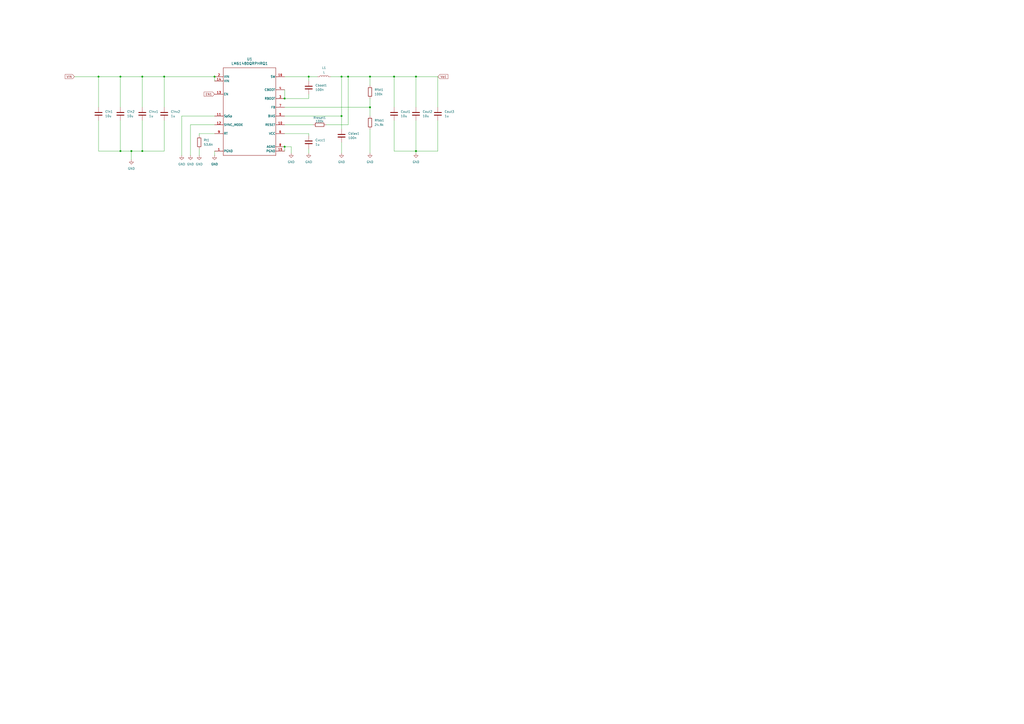
<source format=kicad_sch>
(kicad_sch
	(version 20250114)
	(generator "eeschema")
	(generator_version "9.0")
	(uuid "5948175a-2c3f-4d93-b276-f4e8fbf4c841")
	(paper "A2")
	(lib_symbols
		(symbol "Components1:LM61480QRPHRQ1"
			(pin_names
				(offset 0.254)
			)
			(exclude_from_sim no)
			(in_bom yes)
			(on_board yes)
			(property "Reference" "U"
				(at 0 2.54 0)
				(effects
					(font
						(size 1.524 1.524)
					)
				)
			)
			(property "Value" "LM61480QRPHRQ1"
				(at 0 0 0)
				(effects
					(font
						(size 1.524 1.524)
					)
				)
			)
			(property "Footprint" "RPH0016A"
				(at 0 0 0)
				(effects
					(font
						(size 1.27 1.27)
						(italic yes)
					)
					(hide yes)
				)
			)
			(property "Datasheet" "LM61480QRPHRQ1"
				(at 0 0 0)
				(effects
					(font
						(size 1.27 1.27)
						(italic yes)
					)
					(hide yes)
				)
			)
			(property "Description" ""
				(at 0 0 0)
				(effects
					(font
						(size 1.27 1.27)
					)
					(hide yes)
				)
			)
			(property "ki_locked" ""
				(at 0 0 0)
				(effects
					(font
						(size 1.27 1.27)
					)
				)
			)
			(property "ki_keywords" "LM61480QRPHRQ1"
				(at 0 0 0)
				(effects
					(font
						(size 1.27 1.27)
					)
					(hide yes)
				)
			)
			(property "ki_fp_filters" "RPH0016A"
				(at 0 0 0)
				(effects
					(font
						(size 1.27 1.27)
					)
					(hide yes)
				)
			)
			(symbol "LM61480QRPHRQ1_0_1"
				(polyline
					(pts
						(xy -15.24 25.4) (xy -15.24 -25.4)
					)
					(stroke
						(width 0.2032)
						(type default)
					)
					(fill
						(type none)
					)
				)
				(polyline
					(pts
						(xy -15.24 -25.4) (xy 15.24 -25.4)
					)
					(stroke
						(width 0.2032)
						(type default)
					)
					(fill
						(type none)
					)
				)
				(polyline
					(pts
						(xy 15.24 25.4) (xy -15.24 25.4)
					)
					(stroke
						(width 0.2032)
						(type default)
					)
					(fill
						(type none)
					)
				)
				(polyline
					(pts
						(xy 15.24 -25.4) (xy 15.24 25.4)
					)
					(stroke
						(width 0.2032)
						(type default)
					)
					(fill
						(type none)
					)
				)
				(pin power_in line
					(at -20.32 20.32 0)
					(length 5.08)
					(name "VIN"
						(effects
							(font
								(size 1.27 1.27)
							)
						)
					)
					(number "2"
						(effects
							(font
								(size 1.27 1.27)
							)
						)
					)
				)
				(pin power_in line
					(at -20.32 17.78 0)
					(length 5.08)
					(name "VIN"
						(effects
							(font
								(size 1.27 1.27)
							)
						)
					)
					(number "14"
						(effects
							(font
								(size 1.27 1.27)
							)
						)
					)
				)
				(pin input line
					(at -20.32 10.16 0)
					(length 5.08)
					(name "EN"
						(effects
							(font
								(size 1.27 1.27)
							)
						)
					)
					(number "13"
						(effects
							(font
								(size 1.27 1.27)
							)
						)
					)
				)
				(pin unspecified line
					(at -20.32 -2.54 0)
					(length 5.08)
					(name "SpSp"
						(effects
							(font
								(size 1.27 1.27)
							)
						)
					)
					(number "11"
						(effects
							(font
								(size 1.27 1.27)
							)
						)
					)
				)
				(pin input line
					(at -20.32 -7.62 0)
					(length 5.08)
					(name "SYNC_MODE"
						(effects
							(font
								(size 1.27 1.27)
							)
						)
					)
					(number "12"
						(effects
							(font
								(size 1.27 1.27)
							)
						)
					)
				)
				(pin unspecified line
					(at -20.32 -12.7 0)
					(length 5.08)
					(name "RT"
						(effects
							(font
								(size 1.27 1.27)
							)
						)
					)
					(number "9"
						(effects
							(font
								(size 1.27 1.27)
							)
						)
					)
				)
				(pin power_in line
					(at -20.32 -22.86 0)
					(length 5.08)
					(name "PGND"
						(effects
							(font
								(size 1.27 1.27)
							)
						)
					)
					(number "1"
						(effects
							(font
								(size 1.27 1.27)
							)
						)
					)
				)
				(pin power_in line
					(at 20.32 20.32 180)
					(length 5.08)
					(name "SW"
						(effects
							(font
								(size 1.27 1.27)
							)
						)
					)
					(number "16"
						(effects
							(font
								(size 1.27 1.27)
							)
						)
					)
				)
				(pin unspecified line
					(at 20.32 12.7 180)
					(length 5.08)
					(name "CBOOT"
						(effects
							(font
								(size 1.27 1.27)
							)
						)
					)
					(number "4"
						(effects
							(font
								(size 1.27 1.27)
							)
						)
					)
				)
				(pin unspecified line
					(at 20.32 7.62 180)
					(length 5.08)
					(name "RBOOT"
						(effects
							(font
								(size 1.27 1.27)
							)
						)
					)
					(number "3"
						(effects
							(font
								(size 1.27 1.27)
							)
						)
					)
				)
				(pin input line
					(at 20.32 2.54 180)
					(length 5.08)
					(name "FB"
						(effects
							(font
								(size 1.27 1.27)
							)
						)
					)
					(number "7"
						(effects
							(font
								(size 1.27 1.27)
							)
						)
					)
				)
				(pin unspecified line
					(at 20.32 -2.54 180)
					(length 5.08)
					(name "BIAS"
						(effects
							(font
								(size 1.27 1.27)
							)
						)
					)
					(number "5"
						(effects
							(font
								(size 1.27 1.27)
							)
						)
					)
				)
				(pin input line
					(at 20.32 -7.62 180)
					(length 5.08)
					(name "RESET"
						(effects
							(font
								(size 1.27 1.27)
							)
						)
					)
					(number "10"
						(effects
							(font
								(size 1.27 1.27)
							)
						)
					)
				)
				(pin power_in line
					(at 20.32 -12.7 180)
					(length 5.08)
					(name "VCC"
						(effects
							(font
								(size 1.27 1.27)
							)
						)
					)
					(number "6"
						(effects
							(font
								(size 1.27 1.27)
							)
						)
					)
				)
				(pin power_in line
					(at 20.32 -20.32 180)
					(length 5.08)
					(name "AGND"
						(effects
							(font
								(size 1.27 1.27)
							)
						)
					)
					(number "8"
						(effects
							(font
								(size 1.27 1.27)
							)
						)
					)
				)
				(pin power_in line
					(at 20.32 -22.86 180)
					(length 5.08)
					(name "PGND"
						(effects
							(font
								(size 1.27 1.27)
							)
						)
					)
					(number "15"
						(effects
							(font
								(size 1.27 1.27)
							)
						)
					)
				)
			)
			(embedded_fonts no)
		)
		(symbol "Device:C"
			(pin_numbers
				(hide yes)
			)
			(pin_names
				(offset 0.254)
			)
			(exclude_from_sim no)
			(in_bom yes)
			(on_board yes)
			(property "Reference" "C"
				(at 0.635 2.54 0)
				(effects
					(font
						(size 1.27 1.27)
					)
					(justify left)
				)
			)
			(property "Value" "C"
				(at 0.635 -2.54 0)
				(effects
					(font
						(size 1.27 1.27)
					)
					(justify left)
				)
			)
			(property "Footprint" ""
				(at 0.9652 -3.81 0)
				(effects
					(font
						(size 1.27 1.27)
					)
					(hide yes)
				)
			)
			(property "Datasheet" "~"
				(at 0 0 0)
				(effects
					(font
						(size 1.27 1.27)
					)
					(hide yes)
				)
			)
			(property "Description" "Unpolarized capacitor"
				(at 0 0 0)
				(effects
					(font
						(size 1.27 1.27)
					)
					(hide yes)
				)
			)
			(property "ki_keywords" "cap capacitor"
				(at 0 0 0)
				(effects
					(font
						(size 1.27 1.27)
					)
					(hide yes)
				)
			)
			(property "ki_fp_filters" "C_*"
				(at 0 0 0)
				(effects
					(font
						(size 1.27 1.27)
					)
					(hide yes)
				)
			)
			(symbol "C_0_1"
				(polyline
					(pts
						(xy -2.032 0.762) (xy 2.032 0.762)
					)
					(stroke
						(width 0.508)
						(type default)
					)
					(fill
						(type none)
					)
				)
				(polyline
					(pts
						(xy -2.032 -0.762) (xy 2.032 -0.762)
					)
					(stroke
						(width 0.508)
						(type default)
					)
					(fill
						(type none)
					)
				)
			)
			(symbol "C_1_1"
				(pin passive line
					(at 0 3.81 270)
					(length 2.794)
					(name "~"
						(effects
							(font
								(size 1.27 1.27)
							)
						)
					)
					(number "1"
						(effects
							(font
								(size 1.27 1.27)
							)
						)
					)
				)
				(pin passive line
					(at 0 -3.81 90)
					(length 2.794)
					(name "~"
						(effects
							(font
								(size 1.27 1.27)
							)
						)
					)
					(number "2"
						(effects
							(font
								(size 1.27 1.27)
							)
						)
					)
				)
			)
			(embedded_fonts no)
		)
		(symbol "Device:L"
			(pin_numbers
				(hide yes)
			)
			(pin_names
				(offset 1.016)
				(hide yes)
			)
			(exclude_from_sim no)
			(in_bom yes)
			(on_board yes)
			(property "Reference" "L"
				(at -1.27 0 90)
				(effects
					(font
						(size 1.27 1.27)
					)
				)
			)
			(property "Value" "L"
				(at 1.905 0 90)
				(effects
					(font
						(size 1.27 1.27)
					)
				)
			)
			(property "Footprint" ""
				(at 0 0 0)
				(effects
					(font
						(size 1.27 1.27)
					)
					(hide yes)
				)
			)
			(property "Datasheet" "~"
				(at 0 0 0)
				(effects
					(font
						(size 1.27 1.27)
					)
					(hide yes)
				)
			)
			(property "Description" "Inductor"
				(at 0 0 0)
				(effects
					(font
						(size 1.27 1.27)
					)
					(hide yes)
				)
			)
			(property "ki_keywords" "inductor choke coil reactor magnetic"
				(at 0 0 0)
				(effects
					(font
						(size 1.27 1.27)
					)
					(hide yes)
				)
			)
			(property "ki_fp_filters" "Choke_* *Coil* Inductor_* L_*"
				(at 0 0 0)
				(effects
					(font
						(size 1.27 1.27)
					)
					(hide yes)
				)
			)
			(symbol "L_0_1"
				(arc
					(start 0 2.54)
					(mid 0.6323 1.905)
					(end 0 1.27)
					(stroke
						(width 0)
						(type default)
					)
					(fill
						(type none)
					)
				)
				(arc
					(start 0 1.27)
					(mid 0.6323 0.635)
					(end 0 0)
					(stroke
						(width 0)
						(type default)
					)
					(fill
						(type none)
					)
				)
				(arc
					(start 0 0)
					(mid 0.6323 -0.635)
					(end 0 -1.27)
					(stroke
						(width 0)
						(type default)
					)
					(fill
						(type none)
					)
				)
				(arc
					(start 0 -1.27)
					(mid 0.6323 -1.905)
					(end 0 -2.54)
					(stroke
						(width 0)
						(type default)
					)
					(fill
						(type none)
					)
				)
			)
			(symbol "L_1_1"
				(pin passive line
					(at 0 3.81 270)
					(length 1.27)
					(name "1"
						(effects
							(font
								(size 1.27 1.27)
							)
						)
					)
					(number "1"
						(effects
							(font
								(size 1.27 1.27)
							)
						)
					)
				)
				(pin passive line
					(at 0 -3.81 90)
					(length 1.27)
					(name "2"
						(effects
							(font
								(size 1.27 1.27)
							)
						)
					)
					(number "2"
						(effects
							(font
								(size 1.27 1.27)
							)
						)
					)
				)
			)
			(embedded_fonts no)
		)
		(symbol "Device:R"
			(pin_numbers
				(hide yes)
			)
			(pin_names
				(offset 0)
			)
			(exclude_from_sim no)
			(in_bom yes)
			(on_board yes)
			(property "Reference" "R"
				(at 2.032 0 90)
				(effects
					(font
						(size 1.27 1.27)
					)
				)
			)
			(property "Value" "R"
				(at 0 0 90)
				(effects
					(font
						(size 1.27 1.27)
					)
				)
			)
			(property "Footprint" ""
				(at -1.778 0 90)
				(effects
					(font
						(size 1.27 1.27)
					)
					(hide yes)
				)
			)
			(property "Datasheet" "~"
				(at 0 0 0)
				(effects
					(font
						(size 1.27 1.27)
					)
					(hide yes)
				)
			)
			(property "Description" "Resistor"
				(at 0 0 0)
				(effects
					(font
						(size 1.27 1.27)
					)
					(hide yes)
				)
			)
			(property "ki_keywords" "R res resistor"
				(at 0 0 0)
				(effects
					(font
						(size 1.27 1.27)
					)
					(hide yes)
				)
			)
			(property "ki_fp_filters" "R_*"
				(at 0 0 0)
				(effects
					(font
						(size 1.27 1.27)
					)
					(hide yes)
				)
			)
			(symbol "R_0_1"
				(rectangle
					(start -1.016 -2.54)
					(end 1.016 2.54)
					(stroke
						(width 0.254)
						(type default)
					)
					(fill
						(type none)
					)
				)
			)
			(symbol "R_1_1"
				(pin passive line
					(at 0 3.81 270)
					(length 1.27)
					(name "~"
						(effects
							(font
								(size 1.27 1.27)
							)
						)
					)
					(number "1"
						(effects
							(font
								(size 1.27 1.27)
							)
						)
					)
				)
				(pin passive line
					(at 0 -3.81 90)
					(length 1.27)
					(name "~"
						(effects
							(font
								(size 1.27 1.27)
							)
						)
					)
					(number "2"
						(effects
							(font
								(size 1.27 1.27)
							)
						)
					)
				)
			)
			(embedded_fonts no)
		)
		(symbol "power:GND"
			(power)
			(pin_numbers
				(hide yes)
			)
			(pin_names
				(offset 0)
				(hide yes)
			)
			(exclude_from_sim no)
			(in_bom yes)
			(on_board yes)
			(property "Reference" "#PWR"
				(at 0 -6.35 0)
				(effects
					(font
						(size 1.27 1.27)
					)
					(hide yes)
				)
			)
			(property "Value" "GND"
				(at 0 -3.81 0)
				(effects
					(font
						(size 1.27 1.27)
					)
				)
			)
			(property "Footprint" ""
				(at 0 0 0)
				(effects
					(font
						(size 1.27 1.27)
					)
					(hide yes)
				)
			)
			(property "Datasheet" ""
				(at 0 0 0)
				(effects
					(font
						(size 1.27 1.27)
					)
					(hide yes)
				)
			)
			(property "Description" "Power symbol creates a global label with name \"GND\" , ground"
				(at 0 0 0)
				(effects
					(font
						(size 1.27 1.27)
					)
					(hide yes)
				)
			)
			(property "ki_keywords" "global power"
				(at 0 0 0)
				(effects
					(font
						(size 1.27 1.27)
					)
					(hide yes)
				)
			)
			(symbol "GND_0_1"
				(polyline
					(pts
						(xy 0 0) (xy 0 -1.27) (xy 1.27 -1.27) (xy 0 -2.54) (xy -1.27 -1.27) (xy 0 -1.27)
					)
					(stroke
						(width 0)
						(type default)
					)
					(fill
						(type none)
					)
				)
			)
			(symbol "GND_1_1"
				(pin power_in line
					(at 0 0 270)
					(length 0)
					(name "~"
						(effects
							(font
								(size 1.27 1.27)
							)
						)
					)
					(number "1"
						(effects
							(font
								(size 1.27 1.27)
							)
						)
					)
				)
			)
			(embedded_fonts no)
		)
	)
	(junction
		(at 95.25 44.45)
		(diameter 0)
		(color 0 0 0 0)
		(uuid "15165aaf-3e43-4c22-b405-1faddb5e33dc")
	)
	(junction
		(at 228.6 44.45)
		(diameter 0)
		(color 0 0 0 0)
		(uuid "16605bdc-fc7c-4afe-9d92-027041d3f041")
	)
	(junction
		(at 69.85 44.45)
		(diameter 0)
		(color 0 0 0 0)
		(uuid "26205665-9f33-46ab-8423-1896c5684311")
	)
	(junction
		(at 57.15 44.45)
		(diameter 0)
		(color 0 0 0 0)
		(uuid "293b96cf-447d-4c69-8d63-cd17a615541e")
	)
	(junction
		(at 69.85 87.63)
		(diameter 0)
		(color 0 0 0 0)
		(uuid "374dcebe-23ac-4042-a8d0-d36a146de785")
	)
	(junction
		(at 241.3 87.63)
		(diameter 0)
		(color 0 0 0 0)
		(uuid "42780207-b816-4ebd-8621-bbfcf4c8f213")
	)
	(junction
		(at 214.63 62.23)
		(diameter 0)
		(color 0 0 0 0)
		(uuid "5c60a846-f622-4ae9-882c-d4cf17314e26")
	)
	(junction
		(at 179.07 44.45)
		(diameter 0)
		(color 0 0 0 0)
		(uuid "70f3261a-f758-49b2-b789-05553f1cb975")
	)
	(junction
		(at 82.55 87.63)
		(diameter 0)
		(color 0 0 0 0)
		(uuid "80334e5d-165b-44f2-b7ea-b6e53afdf3fa")
	)
	(junction
		(at 241.3 44.45)
		(diameter 0)
		(color 0 0 0 0)
		(uuid "8d2d541e-26a8-4cc9-9bd2-e564c319d72c")
	)
	(junction
		(at 165.1 85.09)
		(diameter 0)
		(color 0 0 0 0)
		(uuid "a23a9141-1114-4709-8fb2-4805e7cffe23")
	)
	(junction
		(at 198.12 44.45)
		(diameter 0)
		(color 0 0 0 0)
		(uuid "b4de8306-1613-4240-a611-749bf34acf79")
	)
	(junction
		(at 82.55 44.45)
		(diameter 0)
		(color 0 0 0 0)
		(uuid "ba7d70dc-34b4-48da-a7ba-e02df6847c2f")
	)
	(junction
		(at 214.63 44.45)
		(diameter 0)
		(color 0 0 0 0)
		(uuid "bf055d72-7ac7-46dc-a267-e2db50e67be3")
	)
	(junction
		(at 198.12 67.31)
		(diameter 0)
		(color 0 0 0 0)
		(uuid "c44cc174-ae49-4b83-9982-2f2ab5007975")
	)
	(junction
		(at 124.46 44.45)
		(diameter 0)
		(color 0 0 0 0)
		(uuid "ed4b53ed-0620-4e2e-a4c1-927e66c89252")
	)
	(junction
		(at 76.2 87.63)
		(diameter 0)
		(color 0 0 0 0)
		(uuid "f57913e2-d741-46bc-8c5f-ccc68f473ac5")
	)
	(junction
		(at 201.93 44.45)
		(diameter 0)
		(color 0 0 0 0)
		(uuid "fb8e9fa5-49fd-4aae-a645-c5540e3000c4")
	)
	(junction
		(at 165.1 57.15)
		(diameter 0)
		(color 0 0 0 0)
		(uuid "fc203b3e-1cc3-4f5f-b11f-62816c2ee3a4")
	)
	(wire
		(pts
			(xy 95.25 44.45) (xy 95.25 62.23)
		)
		(stroke
			(width 0)
			(type default)
		)
		(uuid "05c9b6c2-990b-436f-8f43-300402af44a8")
	)
	(wire
		(pts
			(xy 179.07 86.36) (xy 179.07 88.9)
		)
		(stroke
			(width 0)
			(type default)
		)
		(uuid "08b17585-304f-4fb6-8178-0426a7784c28")
	)
	(wire
		(pts
			(xy 105.41 67.31) (xy 105.41 90.17)
		)
		(stroke
			(width 0)
			(type default)
		)
		(uuid "0e91cfca-9685-4e46-878f-ae5c6ef2b2d0")
	)
	(wire
		(pts
			(xy 82.55 44.45) (xy 95.25 44.45)
		)
		(stroke
			(width 0)
			(type default)
		)
		(uuid "0fe6dcf3-708e-4c77-8381-203fcf9fa5c2")
	)
	(wire
		(pts
			(xy 165.1 57.15) (xy 179.07 57.15)
		)
		(stroke
			(width 0)
			(type default)
		)
		(uuid "1cf5f967-d1db-40ec-a262-6c8e05b2147c")
	)
	(wire
		(pts
			(xy 201.93 44.45) (xy 214.63 44.45)
		)
		(stroke
			(width 0)
			(type default)
		)
		(uuid "1df5c716-cbf5-4dae-9674-e075876a1860")
	)
	(wire
		(pts
			(xy 228.6 69.85) (xy 228.6 87.63)
		)
		(stroke
			(width 0)
			(type default)
		)
		(uuid "21fe1630-411c-4117-ad1d-db269a975b7d")
	)
	(wire
		(pts
			(xy 82.55 87.63) (xy 95.25 87.63)
		)
		(stroke
			(width 0)
			(type default)
		)
		(uuid "2672bd83-7710-4d6f-9a4e-964622e63112")
	)
	(wire
		(pts
			(xy 165.1 62.23) (xy 214.63 62.23)
		)
		(stroke
			(width 0)
			(type default)
		)
		(uuid "27f8035f-59c7-4620-bfd8-e7cb6e63fb02")
	)
	(wire
		(pts
			(xy 69.85 87.63) (xy 76.2 87.63)
		)
		(stroke
			(width 0)
			(type default)
		)
		(uuid "2811281a-63a2-4203-af4a-fa76d52bf9ab")
	)
	(wire
		(pts
			(xy 124.46 87.63) (xy 124.46 90.17)
		)
		(stroke
			(width 0)
			(type default)
		)
		(uuid "28e5afc5-d785-41e7-a7bf-4c7fd48d7fd5")
	)
	(wire
		(pts
			(xy 189.23 72.39) (xy 201.93 72.39)
		)
		(stroke
			(width 0)
			(type default)
		)
		(uuid "2902b927-29ea-4efe-a04e-51cdbae913a9")
	)
	(wire
		(pts
			(xy 241.3 44.45) (xy 254 44.45)
		)
		(stroke
			(width 0)
			(type default)
		)
		(uuid "2ad2a587-7540-460a-8d6c-6c3f5463649f")
	)
	(wire
		(pts
			(xy 228.6 44.45) (xy 241.3 44.45)
		)
		(stroke
			(width 0)
			(type default)
		)
		(uuid "2cdf589d-d198-4800-a31a-bb9b7a559879")
	)
	(wire
		(pts
			(xy 165.1 52.07) (xy 165.1 57.15)
		)
		(stroke
			(width 0)
			(type default)
		)
		(uuid "2fe48974-100c-4bdb-ac4f-a70503dd4139")
	)
	(wire
		(pts
			(xy 57.15 87.63) (xy 69.85 87.63)
		)
		(stroke
			(width 0)
			(type default)
		)
		(uuid "31ede380-9ce4-4d69-baed-7c032ab87c48")
	)
	(wire
		(pts
			(xy 82.55 44.45) (xy 82.55 62.23)
		)
		(stroke
			(width 0)
			(type default)
		)
		(uuid "322a219f-7a8a-4c02-bd32-7bdf15f01240")
	)
	(wire
		(pts
			(xy 179.07 46.99) (xy 179.07 44.45)
		)
		(stroke
			(width 0)
			(type default)
		)
		(uuid "32bf5627-5256-42f1-beb0-a8a121f1b4b4")
	)
	(wire
		(pts
			(xy 241.3 69.85) (xy 241.3 87.63)
		)
		(stroke
			(width 0)
			(type default)
		)
		(uuid "3346ed43-c05f-4426-a6b6-ef0d0def307f")
	)
	(wire
		(pts
			(xy 254 44.45) (xy 254 62.23)
		)
		(stroke
			(width 0)
			(type default)
		)
		(uuid "3a3e190e-032f-4068-92ca-0926021b6e15")
	)
	(wire
		(pts
			(xy 165.1 72.39) (xy 181.61 72.39)
		)
		(stroke
			(width 0)
			(type default)
		)
		(uuid "46ae8458-d60f-4fc0-9887-4b290e5504d0")
	)
	(wire
		(pts
			(xy 124.46 77.47) (xy 115.57 77.47)
		)
		(stroke
			(width 0)
			(type default)
		)
		(uuid "47e2a072-edf7-4c9d-addc-01515eba54c0")
	)
	(wire
		(pts
			(xy 241.3 87.63) (xy 241.3 88.9)
		)
		(stroke
			(width 0)
			(type default)
		)
		(uuid "4b6f28c9-8fbe-4925-baa4-1775781b9a02")
	)
	(wire
		(pts
			(xy 191.77 44.45) (xy 198.12 44.45)
		)
		(stroke
			(width 0)
			(type default)
		)
		(uuid "4fd4c63f-e50f-421c-88ad-3782c438f900")
	)
	(wire
		(pts
			(xy 69.85 44.45) (xy 82.55 44.45)
		)
		(stroke
			(width 0)
			(type default)
		)
		(uuid "517eae0a-adda-453e-8df7-adafbe3cb883")
	)
	(wire
		(pts
			(xy 198.12 44.45) (xy 201.93 44.45)
		)
		(stroke
			(width 0)
			(type default)
		)
		(uuid "53ac22e7-89f1-477f-b667-5edf2c63951b")
	)
	(wire
		(pts
			(xy 69.85 44.45) (xy 69.85 62.23)
		)
		(stroke
			(width 0)
			(type default)
		)
		(uuid "56c610f4-eade-4c4c-b72d-d5c8b537cc01")
	)
	(wire
		(pts
			(xy 57.15 62.23) (xy 57.15 44.45)
		)
		(stroke
			(width 0)
			(type default)
		)
		(uuid "5c6523eb-e0f3-4aad-a0ab-5d7f7a096b57")
	)
	(wire
		(pts
			(xy 115.57 77.47) (xy 115.57 78.74)
		)
		(stroke
			(width 0)
			(type default)
		)
		(uuid "5d8061ac-5e7c-48a3-ba4a-89aee28bcb59")
	)
	(wire
		(pts
			(xy 115.57 86.36) (xy 115.57 90.17)
		)
		(stroke
			(width 0)
			(type default)
		)
		(uuid "5f3f4019-1ad9-49a4-b1e5-7151f9cf1463")
	)
	(wire
		(pts
			(xy 179.07 57.15) (xy 179.07 54.61)
		)
		(stroke
			(width 0)
			(type default)
		)
		(uuid "6056e374-68b8-47c8-8d05-987f670dd3a3")
	)
	(wire
		(pts
			(xy 43.18 44.45) (xy 57.15 44.45)
		)
		(stroke
			(width 0)
			(type default)
		)
		(uuid "61c418a0-bc9c-4451-86df-aa6b96ce496d")
	)
	(wire
		(pts
			(xy 165.1 77.47) (xy 179.07 77.47)
		)
		(stroke
			(width 0)
			(type default)
		)
		(uuid "68a1f4ce-28d6-4712-b7fe-bace7cb4e93f")
	)
	(wire
		(pts
			(xy 57.15 69.85) (xy 57.15 87.63)
		)
		(stroke
			(width 0)
			(type default)
		)
		(uuid "6b0750f5-b6c7-43fc-9b21-0348cdca20ef")
	)
	(wire
		(pts
			(xy 165.1 85.09) (xy 165.1 87.63)
		)
		(stroke
			(width 0)
			(type default)
		)
		(uuid "7082ad54-20f6-4b0b-a14b-00c5aa94f693")
	)
	(wire
		(pts
			(xy 57.15 44.45) (xy 69.85 44.45)
		)
		(stroke
			(width 0)
			(type default)
		)
		(uuid "7be8b84f-b575-4e4b-a961-99a238bf9c8c")
	)
	(wire
		(pts
			(xy 179.07 44.45) (xy 184.15 44.45)
		)
		(stroke
			(width 0)
			(type default)
		)
		(uuid "7ec6449e-d3e8-4057-988f-7abc02b33f3c")
	)
	(wire
		(pts
			(xy 76.2 87.63) (xy 76.2 92.71)
		)
		(stroke
			(width 0)
			(type default)
		)
		(uuid "8a361ebe-9e74-426d-9805-82801998900a")
	)
	(wire
		(pts
			(xy 241.3 44.45) (xy 241.3 62.23)
		)
		(stroke
			(width 0)
			(type default)
		)
		(uuid "946f120f-1acf-4f95-9892-be29b9bd2975")
	)
	(wire
		(pts
			(xy 165.1 85.09) (xy 168.91 85.09)
		)
		(stroke
			(width 0)
			(type default)
		)
		(uuid "9a8e8921-da9e-4a30-ad3b-76ff42e41f50")
	)
	(wire
		(pts
			(xy 95.25 87.63) (xy 95.25 69.85)
		)
		(stroke
			(width 0)
			(type default)
		)
		(uuid "9b2c6646-18a8-48e4-bb53-6ff7dc42f4b6")
	)
	(wire
		(pts
			(xy 201.93 72.39) (xy 201.93 44.45)
		)
		(stroke
			(width 0)
			(type default)
		)
		(uuid "a577738c-7d8d-4272-8f8d-478ada3531d3")
	)
	(wire
		(pts
			(xy 124.46 44.45) (xy 124.46 46.99)
		)
		(stroke
			(width 0)
			(type default)
		)
		(uuid "a80152b0-959d-4f48-9645-c70d42b4dd5c")
	)
	(wire
		(pts
			(xy 214.63 44.45) (xy 228.6 44.45)
		)
		(stroke
			(width 0)
			(type default)
		)
		(uuid "a8970b9e-06cf-4d7c-bcad-2843bd62411f")
	)
	(wire
		(pts
			(xy 241.3 87.63) (xy 254 87.63)
		)
		(stroke
			(width 0)
			(type default)
		)
		(uuid "af368dc8-43d2-48f1-b48f-843a459e82ac")
	)
	(wire
		(pts
			(xy 124.46 72.39) (xy 110.49 72.39)
		)
		(stroke
			(width 0)
			(type default)
		)
		(uuid "b17aae90-1a53-43d3-87a4-ccc7d8c6049e")
	)
	(wire
		(pts
			(xy 214.63 62.23) (xy 214.63 67.31)
		)
		(stroke
			(width 0)
			(type default)
		)
		(uuid "b288af05-6944-41e6-94a6-6929b5f6433d")
	)
	(wire
		(pts
			(xy 124.46 67.31) (xy 105.41 67.31)
		)
		(stroke
			(width 0)
			(type default)
		)
		(uuid "c268d64a-d50c-4e53-9875-90e9f66b1d8f")
	)
	(wire
		(pts
			(xy 76.2 87.63) (xy 82.55 87.63)
		)
		(stroke
			(width 0)
			(type default)
		)
		(uuid "c6d5b5de-2842-493f-9e18-02d7fa6dfcd8")
	)
	(wire
		(pts
			(xy 198.12 67.31) (xy 198.12 74.93)
		)
		(stroke
			(width 0)
			(type default)
		)
		(uuid "c87c62ad-df7a-4842-b1f3-c662c0788b1d")
	)
	(wire
		(pts
			(xy 110.49 72.39) (xy 110.49 90.17)
		)
		(stroke
			(width 0)
			(type default)
		)
		(uuid "cb7d633d-8fa7-4c62-8973-9ba6bdfbbeae")
	)
	(wire
		(pts
			(xy 214.63 74.93) (xy 214.63 88.9)
		)
		(stroke
			(width 0)
			(type default)
		)
		(uuid "cd256a30-411c-4cd0-afc2-fcc57b11c6d4")
	)
	(wire
		(pts
			(xy 165.1 44.45) (xy 179.07 44.45)
		)
		(stroke
			(width 0)
			(type default)
		)
		(uuid "cfb78656-3fd7-440b-8d18-1eb5ddadd0f4")
	)
	(wire
		(pts
			(xy 179.07 77.47) (xy 179.07 78.74)
		)
		(stroke
			(width 0)
			(type default)
		)
		(uuid "d1a1a736-761a-4c4d-b206-400495bd896c")
	)
	(wire
		(pts
			(xy 228.6 87.63) (xy 241.3 87.63)
		)
		(stroke
			(width 0)
			(type default)
		)
		(uuid "d1ace709-87a1-4ffd-9a73-a500805dfa1c")
	)
	(wire
		(pts
			(xy 69.85 69.85) (xy 69.85 87.63)
		)
		(stroke
			(width 0)
			(type default)
		)
		(uuid "d8c31d76-dd31-4c9e-b09a-bd1a6d4a293c")
	)
	(wire
		(pts
			(xy 198.12 44.45) (xy 198.12 67.31)
		)
		(stroke
			(width 0)
			(type default)
		)
		(uuid "d9d37fbd-a44d-46e9-9a85-a7365cad197d")
	)
	(wire
		(pts
			(xy 214.63 57.15) (xy 214.63 62.23)
		)
		(stroke
			(width 0)
			(type default)
		)
		(uuid "de365166-c76a-4e50-9810-5cdaf9d597f5")
	)
	(wire
		(pts
			(xy 165.1 67.31) (xy 198.12 67.31)
		)
		(stroke
			(width 0)
			(type default)
		)
		(uuid "ef05f1fb-1ced-4c4a-8373-5a7a26ce8bac")
	)
	(wire
		(pts
			(xy 82.55 69.85) (xy 82.55 87.63)
		)
		(stroke
			(width 0)
			(type default)
		)
		(uuid "f0ae5866-d52b-4c55-a8b9-85fac7e98601")
	)
	(wire
		(pts
			(xy 254 69.85) (xy 254 87.63)
		)
		(stroke
			(width 0)
			(type default)
		)
		(uuid "f262d021-7da2-44e5-ae69-70718a596539")
	)
	(wire
		(pts
			(xy 95.25 44.45) (xy 124.46 44.45)
		)
		(stroke
			(width 0)
			(type default)
		)
		(uuid "f46614b7-5488-4fe0-a5d1-17d360eef3b7")
	)
	(wire
		(pts
			(xy 228.6 62.23) (xy 228.6 44.45)
		)
		(stroke
			(width 0)
			(type default)
		)
		(uuid "f662033c-8e57-4593-802e-b09aad67be1b")
	)
	(wire
		(pts
			(xy 214.63 44.45) (xy 214.63 49.53)
		)
		(stroke
			(width 0)
			(type default)
		)
		(uuid "f6b5275a-e149-4644-a48e-d51d030d07e7")
	)
	(wire
		(pts
			(xy 198.12 82.55) (xy 198.12 88.9)
		)
		(stroke
			(width 0)
			(type default)
		)
		(uuid "f7edb951-b1a4-4f1a-af30-a92129905c49")
	)
	(wire
		(pts
			(xy 168.91 88.9) (xy 168.91 85.09)
		)
		(stroke
			(width 0)
			(type default)
		)
		(uuid "fe139f94-d31d-4bbc-87be-572c991ee41d")
	)
	(global_label "Vo1"
		(shape input)
		(at 254 44.45 0)
		(fields_autoplaced yes)
		(effects
			(font
				(size 1.27 1.27)
			)
			(justify left)
		)
		(uuid "38e56deb-fa2a-4552-ae6c-f874d790ecf8")
		(property "Intersheetrefs" "${INTERSHEET_REFS}"
			(at 260.4323 44.45 0)
			(effects
				(font
					(size 1.27 1.27)
				)
				(justify left)
				(hide yes)
			)
		)
	)
	(global_label "VIN"
		(shape input)
		(at 43.18 44.45 180)
		(fields_autoplaced yes)
		(effects
			(font
				(size 1.27 1.27)
			)
			(justify right)
		)
		(uuid "a5d3db5a-949c-4e66-9d14-7ebf01fa1c8a")
		(property "Intersheetrefs" "${INTERSHEET_REFS}"
			(at 37.1709 44.45 0)
			(effects
				(font
					(size 1.27 1.27)
				)
				(justify right)
				(hide yes)
			)
		)
	)
	(global_label "EN1"
		(shape input)
		(at 124.46 54.61 180)
		(fields_autoplaced yes)
		(effects
			(font
				(size 1.27 1.27)
			)
			(justify right)
		)
		(uuid "dc53062b-b55d-43cf-9b0c-0444d9f92b58")
		(property "Intersheetrefs" "${INTERSHEET_REFS}"
			(at 117.7858 54.61 0)
			(effects
				(font
					(size 1.27 1.27)
				)
				(justify right)
				(hide yes)
			)
		)
	)
	(symbol
		(lib_id "power:GND")
		(at 110.49 90.17 0)
		(unit 1)
		(exclude_from_sim no)
		(in_bom yes)
		(on_board yes)
		(dnp no)
		(fields_autoplaced yes)
		(uuid "021511d4-06c8-472c-8840-1b4b1c156494")
		(property "Reference" "#PWR03"
			(at 110.49 96.52 0)
			(effects
				(font
					(size 1.27 1.27)
				)
				(hide yes)
			)
		)
		(property "Value" "GND"
			(at 110.49 95.25 0)
			(effects
				(font
					(size 1.27 1.27)
				)
			)
		)
		(property "Footprint" ""
			(at 110.49 90.17 0)
			(effects
				(font
					(size 1.27 1.27)
				)
				(hide yes)
			)
		)
		(property "Datasheet" ""
			(at 110.49 90.17 0)
			(effects
				(font
					(size 1.27 1.27)
				)
				(hide yes)
			)
		)
		(property "Description" "Power symbol creates a global label with name \"GND\" , ground"
			(at 110.49 90.17 0)
			(effects
				(font
					(size 1.27 1.27)
				)
				(hide yes)
			)
		)
		(pin "1"
			(uuid "d6cdef77-0a23-4e72-a601-af52b91e4e69")
		)
		(instances
			(project "pheon-x2_powerboard_ver1"
				(path "/5948175a-2c3f-4d93-b276-f4e8fbf4c841"
					(reference "#PWR03")
					(unit 1)
				)
			)
		)
	)
	(symbol
		(lib_id "power:GND")
		(at 124.46 90.17 0)
		(unit 1)
		(exclude_from_sim no)
		(in_bom yes)
		(on_board yes)
		(dnp no)
		(fields_autoplaced yes)
		(uuid "03932384-f863-4155-8698-8d76c34d375c")
		(property "Reference" "#PWR05"
			(at 124.46 96.52 0)
			(effects
				(font
					(size 1.27 1.27)
				)
				(hide yes)
			)
		)
		(property "Value" "GND"
			(at 124.46 95.25 0)
			(effects
				(font
					(size 1.27 1.27)
				)
			)
		)
		(property "Footprint" ""
			(at 124.46 90.17 0)
			(effects
				(font
					(size 1.27 1.27)
				)
				(hide yes)
			)
		)
		(property "Datasheet" ""
			(at 124.46 90.17 0)
			(effects
				(font
					(size 1.27 1.27)
				)
				(hide yes)
			)
		)
		(property "Description" "Power symbol creates a global label with name \"GND\" , ground"
			(at 124.46 90.17 0)
			(effects
				(font
					(size 1.27 1.27)
				)
				(hide yes)
			)
		)
		(pin "1"
			(uuid "bbcf3e64-a455-4b57-8de4-58db6d0d4a62")
		)
		(instances
			(project "pheon-x2_powerboard_ver1"
				(path "/5948175a-2c3f-4d93-b276-f4e8fbf4c841"
					(reference "#PWR05")
					(unit 1)
				)
			)
		)
	)
	(symbol
		(lib_id "power:GND")
		(at 179.07 88.9 0)
		(unit 1)
		(exclude_from_sim no)
		(in_bom yes)
		(on_board yes)
		(dnp no)
		(fields_autoplaced yes)
		(uuid "0743d1b8-364c-4e60-a097-5d378a54495c")
		(property "Reference" "#PWR07"
			(at 179.07 95.25 0)
			(effects
				(font
					(size 1.27 1.27)
				)
				(hide yes)
			)
		)
		(property "Value" "GND"
			(at 179.07 93.98 0)
			(effects
				(font
					(size 1.27 1.27)
				)
			)
		)
		(property "Footprint" ""
			(at 179.07 88.9 0)
			(effects
				(font
					(size 1.27 1.27)
				)
				(hide yes)
			)
		)
		(property "Datasheet" ""
			(at 179.07 88.9 0)
			(effects
				(font
					(size 1.27 1.27)
				)
				(hide yes)
			)
		)
		(property "Description" "Power symbol creates a global label with name \"GND\" , ground"
			(at 179.07 88.9 0)
			(effects
				(font
					(size 1.27 1.27)
				)
				(hide yes)
			)
		)
		(pin "1"
			(uuid "53ac5119-ad6b-48ee-bfe9-e7bf92496bdb")
		)
		(instances
			(project "pheon-x2_powerboard_ver1"
				(path "/5948175a-2c3f-4d93-b276-f4e8fbf4c841"
					(reference "#PWR07")
					(unit 1)
				)
			)
		)
	)
	(symbol
		(lib_id "Device:C")
		(at 95.25 66.04 0)
		(unit 1)
		(exclude_from_sim no)
		(in_bom yes)
		(on_board yes)
		(dnp no)
		(fields_autoplaced yes)
		(uuid "134ec584-009f-4bd2-8bbb-645599516664")
		(property "Reference" "Cinx2"
			(at 99.06 64.7699 0)
			(effects
				(font
					(size 1.27 1.27)
				)
				(justify left)
			)
		)
		(property "Value" "1u"
			(at 99.06 67.3099 0)
			(effects
				(font
					(size 1.27 1.27)
				)
				(justify left)
			)
		)
		(property "Footprint" "Capacitor_SMD:C_0603_1608Metric_Pad1.08x0.95mm_HandSolder"
			(at 96.2152 69.85 0)
			(effects
				(font
					(size 1.27 1.27)
				)
				(hide yes)
			)
		)
		(property "Datasheet" "~"
			(at 95.25 66.04 0)
			(effects
				(font
					(size 1.27 1.27)
				)
				(hide yes)
			)
		)
		(property "Description" "Unpolarized capacitor"
			(at 95.25 66.04 0)
			(effects
				(font
					(size 1.27 1.27)
				)
				(hide yes)
			)
		)
		(pin "1"
			(uuid "bbf70a4a-4c92-4410-86fb-48ded586abf1")
		)
		(pin "2"
			(uuid "ab519b74-4dea-42b0-b67a-78f89a30d015")
		)
		(instances
			(project "pheon-x2_powerboard_ver1"
				(path "/5948175a-2c3f-4d93-b276-f4e8fbf4c841"
					(reference "Cinx2")
					(unit 1)
				)
			)
		)
	)
	(symbol
		(lib_id "power:GND")
		(at 198.12 88.9 0)
		(unit 1)
		(exclude_from_sim no)
		(in_bom yes)
		(on_board yes)
		(dnp no)
		(fields_autoplaced yes)
		(uuid "1a07c8af-4fc8-423b-b757-a5241e79e570")
		(property "Reference" "#PWR09"
			(at 198.12 95.25 0)
			(effects
				(font
					(size 1.27 1.27)
				)
				(hide yes)
			)
		)
		(property "Value" "GND"
			(at 198.12 93.98 0)
			(effects
				(font
					(size 1.27 1.27)
				)
			)
		)
		(property "Footprint" ""
			(at 198.12 88.9 0)
			(effects
				(font
					(size 1.27 1.27)
				)
				(hide yes)
			)
		)
		(property "Datasheet" ""
			(at 198.12 88.9 0)
			(effects
				(font
					(size 1.27 1.27)
				)
				(hide yes)
			)
		)
		(property "Description" "Power symbol creates a global label with name \"GND\" , ground"
			(at 198.12 88.9 0)
			(effects
				(font
					(size 1.27 1.27)
				)
				(hide yes)
			)
		)
		(pin "1"
			(uuid "fb8ed7e7-3436-416a-86e4-c34c26ff947a")
		)
		(instances
			(project "pheon-x2_powerboard_ver1"
				(path "/5948175a-2c3f-4d93-b276-f4e8fbf4c841"
					(reference "#PWR09")
					(unit 1)
				)
			)
		)
	)
	(symbol
		(lib_id "Components1:LM61480QRPHRQ1")
		(at 144.78 64.77 0)
		(unit 1)
		(exclude_from_sim no)
		(in_bom yes)
		(on_board yes)
		(dnp no)
		(fields_autoplaced yes)
		(uuid "1cc3d557-76a0-4229-87b3-362290a1aac0")
		(property "Reference" "U1"
			(at 144.78 34.29 0)
			(effects
				(font
					(size 1.524 1.524)
				)
			)
		)
		(property "Value" "LM61480QRPHRQ1"
			(at 144.78 36.83 0)
			(effects
				(font
					(size 1.524 1.524)
				)
			)
		)
		(property "Footprint" "Library1:RPH0016A"
			(at 144.78 64.77 0)
			(effects
				(font
					(size 1.27 1.27)
					(italic yes)
				)
				(hide yes)
			)
		)
		(property "Datasheet" "LM61480QRPHRQ1"
			(at 144.78 64.77 0)
			(effects
				(font
					(size 1.27 1.27)
					(italic yes)
				)
				(hide yes)
			)
		)
		(property "Description" ""
			(at 144.78 64.77 0)
			(effects
				(font
					(size 1.27 1.27)
				)
				(hide yes)
			)
		)
		(pin "1"
			(uuid "584c0809-4ce4-4c12-bf7e-9e17d3894d52")
		)
		(pin "16"
			(uuid "4958b2ad-e2f7-487f-9b0d-95cf4b1c35bd")
		)
		(pin "4"
			(uuid "ff0bf992-f799-4d16-97e8-a7d9d0f2f8c4")
		)
		(pin "3"
			(uuid "490c806a-4929-41a2-a4dd-29a4e217a27e")
		)
		(pin "2"
			(uuid "d06e98f5-069a-4bad-ab1d-3bff380d9ec3")
		)
		(pin "13"
			(uuid "be77f866-0975-4685-b3c6-4b1f3bf592d4")
		)
		(pin "11"
			(uuid "04ce1224-7788-477b-9286-9d4aacbd8c43")
		)
		(pin "12"
			(uuid "385ec08d-5c78-45d7-9919-bd7979f35d75")
		)
		(pin "14"
			(uuid "3b4a9b86-e2ad-4cc6-8a11-539f10603eaa")
		)
		(pin "9"
			(uuid "03e06d65-1ebf-488d-87f5-56f25dbb63fa")
		)
		(pin "6"
			(uuid "151c5656-9d33-4a2e-a526-a116ec5c3c0a")
		)
		(pin "5"
			(uuid "ec6a7ca2-5b36-4c99-bb33-2c1172282884")
		)
		(pin "10"
			(uuid "861fd6f7-1463-4fae-9467-e2463f833d9a")
		)
		(pin "7"
			(uuid "dc4e7f87-1c66-49f3-8b2d-5bc264ece4f6")
		)
		(pin "8"
			(uuid "c075521c-aaee-44ed-a780-25d7d26e606d")
		)
		(pin "15"
			(uuid "16fa5ccd-2cc8-40fe-bbef-3e0ac09586af")
		)
		(instances
			(project ""
				(path "/5948175a-2c3f-4d93-b276-f4e8fbf4c841"
					(reference "U1")
					(unit 1)
				)
			)
		)
	)
	(symbol
		(lib_id "Device:R")
		(at 214.63 53.34 0)
		(unit 1)
		(exclude_from_sim no)
		(in_bom yes)
		(on_board yes)
		(dnp no)
		(fields_autoplaced yes)
		(uuid "1d2bed9f-5d86-4a03-a10d-622dc867154c")
		(property "Reference" "Rfbt1"
			(at 217.17 52.0699 0)
			(effects
				(font
					(size 1.27 1.27)
				)
				(justify left)
			)
		)
		(property "Value" "100k"
			(at 217.17 54.6099 0)
			(effects
				(font
					(size 1.27 1.27)
				)
				(justify left)
			)
		)
		(property "Footprint" "Resistor_SMD:R_0402_1005Metric_Pad0.72x0.64mm_HandSolder"
			(at 212.852 53.34 90)
			(effects
				(font
					(size 1.27 1.27)
				)
				(hide yes)
			)
		)
		(property "Datasheet" "~"
			(at 214.63 53.34 0)
			(effects
				(font
					(size 1.27 1.27)
				)
				(hide yes)
			)
		)
		(property "Description" "Resistor"
			(at 214.63 53.34 0)
			(effects
				(font
					(size 1.27 1.27)
				)
				(hide yes)
			)
		)
		(pin "1"
			(uuid "39e46fc7-9f5e-4df2-b91d-9c4a306be97d")
		)
		(pin "2"
			(uuid "dd0f1852-b03e-4107-ac23-51b683db1ea8")
		)
		(instances
			(project ""
				(path "/5948175a-2c3f-4d93-b276-f4e8fbf4c841"
					(reference "Rfbt1")
					(unit 1)
				)
			)
		)
	)
	(symbol
		(lib_id "Device:R")
		(at 214.63 71.12 0)
		(unit 1)
		(exclude_from_sim no)
		(in_bom yes)
		(on_board yes)
		(dnp no)
		(fields_autoplaced yes)
		(uuid "23a7581a-cec9-4ae2-b929-c117f31382c6")
		(property "Reference" "Rfbb1"
			(at 217.17 69.8499 0)
			(effects
				(font
					(size 1.27 1.27)
				)
				(justify left)
			)
		)
		(property "Value" "24.9k"
			(at 217.17 72.3899 0)
			(effects
				(font
					(size 1.27 1.27)
				)
				(justify left)
			)
		)
		(property "Footprint" "Resistor_SMD:R_0603_1608Metric_Pad0.98x0.95mm_HandSolder"
			(at 212.852 71.12 90)
			(effects
				(font
					(size 1.27 1.27)
				)
				(hide yes)
			)
		)
		(property "Datasheet" "~"
			(at 214.63 71.12 0)
			(effects
				(font
					(size 1.27 1.27)
				)
				(hide yes)
			)
		)
		(property "Description" "Resistor"
			(at 214.63 71.12 0)
			(effects
				(font
					(size 1.27 1.27)
				)
				(hide yes)
			)
		)
		(pin "1"
			(uuid "f021dc69-919f-4525-9248-932553a05d39")
		)
		(pin "2"
			(uuid "c7b4a8f5-8d63-4105-addc-d617a1a96eb8")
		)
		(instances
			(project "pheon-x2_powerboard_ver1"
				(path "/5948175a-2c3f-4d93-b276-f4e8fbf4c841"
					(reference "Rfbb1")
					(unit 1)
				)
			)
		)
	)
	(symbol
		(lib_id "power:GND")
		(at 76.2 92.71 0)
		(unit 1)
		(exclude_from_sim no)
		(in_bom yes)
		(on_board yes)
		(dnp no)
		(fields_autoplaced yes)
		(uuid "3617c146-4898-4621-9471-7ed74022c7fb")
		(property "Reference" "#PWR01"
			(at 76.2 99.06 0)
			(effects
				(font
					(size 1.27 1.27)
				)
				(hide yes)
			)
		)
		(property "Value" "GND"
			(at 76.2 97.79 0)
			(effects
				(font
					(size 1.27 1.27)
				)
			)
		)
		(property "Footprint" ""
			(at 76.2 92.71 0)
			(effects
				(font
					(size 1.27 1.27)
				)
				(hide yes)
			)
		)
		(property "Datasheet" ""
			(at 76.2 92.71 0)
			(effects
				(font
					(size 1.27 1.27)
				)
				(hide yes)
			)
		)
		(property "Description" "Power symbol creates a global label with name \"GND\" , ground"
			(at 76.2 92.71 0)
			(effects
				(font
					(size 1.27 1.27)
				)
				(hide yes)
			)
		)
		(pin "1"
			(uuid "e8158757-64a6-4378-beeb-8826dbb55dfd")
		)
		(instances
			(project ""
				(path "/5948175a-2c3f-4d93-b276-f4e8fbf4c841"
					(reference "#PWR01")
					(unit 1)
				)
			)
		)
	)
	(symbol
		(lib_id "Device:C")
		(at 57.15 66.04 0)
		(unit 1)
		(exclude_from_sim no)
		(in_bom yes)
		(on_board yes)
		(dnp no)
		(fields_autoplaced yes)
		(uuid "39944b9b-509d-4250-a407-233140b42622")
		(property "Reference" "Cin1"
			(at 60.96 64.7699 0)
			(effects
				(font
					(size 1.27 1.27)
				)
				(justify left)
			)
		)
		(property "Value" "10u"
			(at 60.96 67.3099 0)
			(effects
				(font
					(size 1.27 1.27)
				)
				(justify left)
			)
		)
		(property "Footprint" "Capacitor_SMD:C_1210_3225Metric_Pad1.33x2.70mm_HandSolder"
			(at 58.1152 69.85 0)
			(effects
				(font
					(size 1.27 1.27)
				)
				(hide yes)
			)
		)
		(property "Datasheet" "~"
			(at 57.15 66.04 0)
			(effects
				(font
					(size 1.27 1.27)
				)
				(hide yes)
			)
		)
		(property "Description" "Unpolarized capacitor"
			(at 57.15 66.04 0)
			(effects
				(font
					(size 1.27 1.27)
				)
				(hide yes)
			)
		)
		(pin "1"
			(uuid "f0bd3273-99d5-4988-920c-6a243a2cd03c")
		)
		(pin "2"
			(uuid "931c3906-5768-4403-8bc4-d7a5df6e82aa")
		)
		(instances
			(project ""
				(path "/5948175a-2c3f-4d93-b276-f4e8fbf4c841"
					(reference "Cin1")
					(unit 1)
				)
			)
		)
	)
	(symbol
		(lib_id "Device:C")
		(at 179.07 50.8 0)
		(unit 1)
		(exclude_from_sim no)
		(in_bom yes)
		(on_board yes)
		(dnp no)
		(fields_autoplaced yes)
		(uuid "458d0d6a-1b57-43a9-bf33-eacbc66f3318")
		(property "Reference" "Cboot1"
			(at 182.88 49.5299 0)
			(effects
				(font
					(size 1.27 1.27)
				)
				(justify left)
			)
		)
		(property "Value" "100n"
			(at 182.88 52.0699 0)
			(effects
				(font
					(size 1.27 1.27)
				)
				(justify left)
			)
		)
		(property "Footprint" "Capacitor_SMD:C_0402_1005Metric_Pad0.74x0.62mm_HandSolder"
			(at 180.0352 54.61 0)
			(effects
				(font
					(size 1.27 1.27)
				)
				(hide yes)
			)
		)
		(property "Datasheet" "~"
			(at 179.07 50.8 0)
			(effects
				(font
					(size 1.27 1.27)
				)
				(hide yes)
			)
		)
		(property "Description" "Unpolarized capacitor"
			(at 179.07 50.8 0)
			(effects
				(font
					(size 1.27 1.27)
				)
				(hide yes)
			)
		)
		(pin "1"
			(uuid "d3decc3d-046b-46f3-957e-4fce28cb3e9f")
		)
		(pin "2"
			(uuid "14368f3d-1864-4145-9fdd-3e21e17d38b6")
		)
		(instances
			(project ""
				(path "/5948175a-2c3f-4d93-b276-f4e8fbf4c841"
					(reference "Cboot1")
					(unit 1)
				)
			)
		)
	)
	(symbol
		(lib_id "Device:R")
		(at 115.57 82.55 0)
		(unit 1)
		(exclude_from_sim no)
		(in_bom yes)
		(on_board yes)
		(dnp no)
		(fields_autoplaced yes)
		(uuid "49c0f836-11fd-4f9f-9435-cfca361b8546")
		(property "Reference" "Rt1"
			(at 118.11 81.2799 0)
			(effects
				(font
					(size 1.27 1.27)
				)
				(justify left)
			)
		)
		(property "Value" "53.6k"
			(at 118.11 83.8199 0)
			(effects
				(font
					(size 1.27 1.27)
				)
				(justify left)
			)
		)
		(property "Footprint" "Resistor_SMD:R_0402_1005Metric_Pad0.72x0.64mm_HandSolder"
			(at 113.792 82.55 90)
			(effects
				(font
					(size 1.27 1.27)
				)
				(hide yes)
			)
		)
		(property "Datasheet" "~"
			(at 115.57 82.55 0)
			(effects
				(font
					(size 1.27 1.27)
				)
				(hide yes)
			)
		)
		(property "Description" "Resistor"
			(at 115.57 82.55 0)
			(effects
				(font
					(size 1.27 1.27)
				)
				(hide yes)
			)
		)
		(pin "1"
			(uuid "67f55814-8f9c-4675-8c05-748cf2a5be73")
		)
		(pin "2"
			(uuid "84e61a10-4800-4a54-b35e-5b1ecef7c02f")
		)
		(instances
			(project ""
				(path "/5948175a-2c3f-4d93-b276-f4e8fbf4c841"
					(reference "Rt1")
					(unit 1)
				)
			)
		)
	)
	(symbol
		(lib_id "power:GND")
		(at 105.41 90.17 0)
		(unit 1)
		(exclude_from_sim no)
		(in_bom yes)
		(on_board yes)
		(dnp no)
		(fields_autoplaced yes)
		(uuid "5b07adde-304a-42dd-bdc6-97ce26f4d95e")
		(property "Reference" "#PWR02"
			(at 105.41 96.52 0)
			(effects
				(font
					(size 1.27 1.27)
				)
				(hide yes)
			)
		)
		(property "Value" "GND"
			(at 105.41 95.25 0)
			(effects
				(font
					(size 1.27 1.27)
				)
			)
		)
		(property "Footprint" ""
			(at 105.41 90.17 0)
			(effects
				(font
					(size 1.27 1.27)
				)
				(hide yes)
			)
		)
		(property "Datasheet" ""
			(at 105.41 90.17 0)
			(effects
				(font
					(size 1.27 1.27)
				)
				(hide yes)
			)
		)
		(property "Description" "Power symbol creates a global label with name \"GND\" , ground"
			(at 105.41 90.17 0)
			(effects
				(font
					(size 1.27 1.27)
				)
				(hide yes)
			)
		)
		(pin "1"
			(uuid "7f987a2e-382d-432f-8983-f11b1aee697d")
		)
		(instances
			(project "pheon-x2_powerboard_ver1"
				(path "/5948175a-2c3f-4d93-b276-f4e8fbf4c841"
					(reference "#PWR02")
					(unit 1)
				)
			)
		)
	)
	(symbol
		(lib_id "power:GND")
		(at 241.3 88.9 0)
		(unit 1)
		(exclude_from_sim no)
		(in_bom yes)
		(on_board yes)
		(dnp no)
		(fields_autoplaced yes)
		(uuid "60f16ed1-71d6-43ad-b691-205ac873f33c")
		(property "Reference" "#PWR010"
			(at 241.3 95.25 0)
			(effects
				(font
					(size 1.27 1.27)
				)
				(hide yes)
			)
		)
		(property "Value" "GND"
			(at 241.3 93.98 0)
			(effects
				(font
					(size 1.27 1.27)
				)
			)
		)
		(property "Footprint" ""
			(at 241.3 88.9 0)
			(effects
				(font
					(size 1.27 1.27)
				)
				(hide yes)
			)
		)
		(property "Datasheet" ""
			(at 241.3 88.9 0)
			(effects
				(font
					(size 1.27 1.27)
				)
				(hide yes)
			)
		)
		(property "Description" "Power symbol creates a global label with name \"GND\" , ground"
			(at 241.3 88.9 0)
			(effects
				(font
					(size 1.27 1.27)
				)
				(hide yes)
			)
		)
		(pin "1"
			(uuid "16175a49-18e4-42aa-8c5a-15a9212e307c")
		)
		(instances
			(project "pheon-x2_powerboard_ver1"
				(path "/5948175a-2c3f-4d93-b276-f4e8fbf4c841"
					(reference "#PWR010")
					(unit 1)
				)
			)
		)
	)
	(symbol
		(lib_id "power:GND")
		(at 168.91 88.9 0)
		(unit 1)
		(exclude_from_sim no)
		(in_bom yes)
		(on_board yes)
		(dnp no)
		(fields_autoplaced yes)
		(uuid "72bd61ca-7704-4d38-b7b1-2995a36c7f92")
		(property "Reference" "#PWR06"
			(at 168.91 95.25 0)
			(effects
				(font
					(size 1.27 1.27)
				)
				(hide yes)
			)
		)
		(property "Value" "GND"
			(at 168.91 93.98 0)
			(effects
				(font
					(size 1.27 1.27)
				)
			)
		)
		(property "Footprint" ""
			(at 168.91 88.9 0)
			(effects
				(font
					(size 1.27 1.27)
				)
				(hide yes)
			)
		)
		(property "Datasheet" ""
			(at 168.91 88.9 0)
			(effects
				(font
					(size 1.27 1.27)
				)
				(hide yes)
			)
		)
		(property "Description" "Power symbol creates a global label with name \"GND\" , ground"
			(at 168.91 88.9 0)
			(effects
				(font
					(size 1.27 1.27)
				)
				(hide yes)
			)
		)
		(pin "1"
			(uuid "df130068-5023-486a-9911-70005bbc3c7c")
		)
		(instances
			(project "pheon-x2_powerboard_ver1"
				(path "/5948175a-2c3f-4d93-b276-f4e8fbf4c841"
					(reference "#PWR06")
					(unit 1)
				)
			)
		)
	)
	(symbol
		(lib_id "Device:C")
		(at 254 66.04 0)
		(unit 1)
		(exclude_from_sim no)
		(in_bom yes)
		(on_board yes)
		(dnp no)
		(fields_autoplaced yes)
		(uuid "74094c05-73a7-4b99-9bf0-3cd1720f34d1")
		(property "Reference" "Cout3"
			(at 257.81 64.7699 0)
			(effects
				(font
					(size 1.27 1.27)
				)
				(justify left)
			)
		)
		(property "Value" "1u"
			(at 257.81 67.3099 0)
			(effects
				(font
					(size 1.27 1.27)
				)
				(justify left)
			)
		)
		(property "Footprint" "Capacitor_SMD:C_1206_3216Metric_Pad1.33x1.80mm_HandSolder"
			(at 254.9652 69.85 0)
			(effects
				(font
					(size 1.27 1.27)
				)
				(hide yes)
			)
		)
		(property "Datasheet" "~"
			(at 254 66.04 0)
			(effects
				(font
					(size 1.27 1.27)
				)
				(hide yes)
			)
		)
		(property "Description" "Unpolarized capacitor"
			(at 254 66.04 0)
			(effects
				(font
					(size 1.27 1.27)
				)
				(hide yes)
			)
		)
		(pin "1"
			(uuid "96c7dcd3-40f2-43bf-a503-117bbbb47d45")
		)
		(pin "2"
			(uuid "550f033d-9f1f-4b67-b025-b4a261d6939a")
		)
		(instances
			(project "pheon-x2_powerboard_ver1"
				(path "/5948175a-2c3f-4d93-b276-f4e8fbf4c841"
					(reference "Cout3")
					(unit 1)
				)
			)
		)
	)
	(symbol
		(lib_id "Device:C")
		(at 241.3 66.04 0)
		(unit 1)
		(exclude_from_sim no)
		(in_bom yes)
		(on_board yes)
		(dnp no)
		(fields_autoplaced yes)
		(uuid "7bed303d-cef7-4f96-8aad-e4b37811c254")
		(property "Reference" "Cout2"
			(at 245.11 64.7699 0)
			(effects
				(font
					(size 1.27 1.27)
				)
				(justify left)
			)
		)
		(property "Value" "10u"
			(at 245.11 67.3099 0)
			(effects
				(font
					(size 1.27 1.27)
				)
				(justify left)
			)
		)
		(property "Footprint" "Capacitor_SMD:C_1206_3216Metric_Pad1.33x1.80mm_HandSolder"
			(at 242.2652 69.85 0)
			(effects
				(font
					(size 1.27 1.27)
				)
				(hide yes)
			)
		)
		(property "Datasheet" "~"
			(at 241.3 66.04 0)
			(effects
				(font
					(size 1.27 1.27)
				)
				(hide yes)
			)
		)
		(property "Description" "Unpolarized capacitor"
			(at 241.3 66.04 0)
			(effects
				(font
					(size 1.27 1.27)
				)
				(hide yes)
			)
		)
		(pin "1"
			(uuid "fd40e8e8-b7b3-4e18-ae96-e639c31d7ef3")
		)
		(pin "2"
			(uuid "5a67468e-fd04-49d1-8977-01b85e8c74c7")
		)
		(instances
			(project "pheon-x2_powerboard_ver1"
				(path "/5948175a-2c3f-4d93-b276-f4e8fbf4c841"
					(reference "Cout2")
					(unit 1)
				)
			)
		)
	)
	(symbol
		(lib_id "power:GND")
		(at 214.63 88.9 0)
		(unit 1)
		(exclude_from_sim no)
		(in_bom yes)
		(on_board yes)
		(dnp no)
		(fields_autoplaced yes)
		(uuid "7e9e1ee5-86ac-47c6-a4af-9e5c4ae701cd")
		(property "Reference" "#PWR08"
			(at 214.63 95.25 0)
			(effects
				(font
					(size 1.27 1.27)
				)
				(hide yes)
			)
		)
		(property "Value" "GND"
			(at 214.63 93.98 0)
			(effects
				(font
					(size 1.27 1.27)
				)
			)
		)
		(property "Footprint" ""
			(at 214.63 88.9 0)
			(effects
				(font
					(size 1.27 1.27)
				)
				(hide yes)
			)
		)
		(property "Datasheet" ""
			(at 214.63 88.9 0)
			(effects
				(font
					(size 1.27 1.27)
				)
				(hide yes)
			)
		)
		(property "Description" "Power symbol creates a global label with name \"GND\" , ground"
			(at 214.63 88.9 0)
			(effects
				(font
					(size 1.27 1.27)
				)
				(hide yes)
			)
		)
		(pin "1"
			(uuid "1c6ba2c9-22f9-4bb4-b041-98592b73f590")
		)
		(instances
			(project "pheon-x2_powerboard_ver1"
				(path "/5948175a-2c3f-4d93-b276-f4e8fbf4c841"
					(reference "#PWR08")
					(unit 1)
				)
			)
		)
	)
	(symbol
		(lib_id "power:GND")
		(at 115.57 90.17 0)
		(unit 1)
		(exclude_from_sim no)
		(in_bom yes)
		(on_board yes)
		(dnp no)
		(fields_autoplaced yes)
		(uuid "7efab9d6-f47e-42a6-a4b4-31c0e345dfb4")
		(property "Reference" "#PWR04"
			(at 115.57 96.52 0)
			(effects
				(font
					(size 1.27 1.27)
				)
				(hide yes)
			)
		)
		(property "Value" "GND"
			(at 115.57 95.25 0)
			(effects
				(font
					(size 1.27 1.27)
				)
			)
		)
		(property "Footprint" ""
			(at 115.57 90.17 0)
			(effects
				(font
					(size 1.27 1.27)
				)
				(hide yes)
			)
		)
		(property "Datasheet" ""
			(at 115.57 90.17 0)
			(effects
				(font
					(size 1.27 1.27)
				)
				(hide yes)
			)
		)
		(property "Description" "Power symbol creates a global label with name \"GND\" , ground"
			(at 115.57 90.17 0)
			(effects
				(font
					(size 1.27 1.27)
				)
				(hide yes)
			)
		)
		(pin "1"
			(uuid "fdb4a3e0-afe9-4dc1-aca9-0042c8addeb4")
		)
		(instances
			(project "pheon-x2_powerboard_ver1"
				(path "/5948175a-2c3f-4d93-b276-f4e8fbf4c841"
					(reference "#PWR04")
					(unit 1)
				)
			)
		)
	)
	(symbol
		(lib_id "Device:C")
		(at 198.12 78.74 0)
		(unit 1)
		(exclude_from_sim no)
		(in_bom yes)
		(on_board yes)
		(dnp no)
		(fields_autoplaced yes)
		(uuid "89550d45-b01d-431c-8df7-57e74152e476")
		(property "Reference" "Cbias1"
			(at 201.93 77.4699 0)
			(effects
				(font
					(size 1.27 1.27)
				)
				(justify left)
			)
		)
		(property "Value" "100n"
			(at 201.93 80.0099 0)
			(effects
				(font
					(size 1.27 1.27)
				)
				(justify left)
			)
		)
		(property "Footprint" "Capacitor_SMD:C_0402_1005Metric_Pad0.74x0.62mm_HandSolder"
			(at 199.0852 82.55 0)
			(effects
				(font
					(size 1.27 1.27)
				)
				(hide yes)
			)
		)
		(property "Datasheet" "~"
			(at 198.12 78.74 0)
			(effects
				(font
					(size 1.27 1.27)
				)
				(hide yes)
			)
		)
		(property "Description" "Unpolarized capacitor"
			(at 198.12 78.74 0)
			(effects
				(font
					(size 1.27 1.27)
				)
				(hide yes)
			)
		)
		(pin "1"
			(uuid "be3e5ddc-4b1e-4e80-b3e6-00bd02100e12")
		)
		(pin "2"
			(uuid "806ed782-0d2d-4b83-976a-2b7a6777dd13")
		)
		(instances
			(project "pheon-x2_powerboard_ver1"
				(path "/5948175a-2c3f-4d93-b276-f4e8fbf4c841"
					(reference "Cbias1")
					(unit 1)
				)
			)
		)
	)
	(symbol
		(lib_id "Device:C")
		(at 228.6 66.04 0)
		(unit 1)
		(exclude_from_sim no)
		(in_bom yes)
		(on_board yes)
		(dnp no)
		(fields_autoplaced yes)
		(uuid "96572238-257e-459e-9df4-38e4b35d7fda")
		(property "Reference" "Cout1"
			(at 232.41 64.7699 0)
			(effects
				(font
					(size 1.27 1.27)
				)
				(justify left)
			)
		)
		(property "Value" "10u"
			(at 232.41 67.3099 0)
			(effects
				(font
					(size 1.27 1.27)
				)
				(justify left)
			)
		)
		(property "Footprint" "Capacitor_SMD:C_1206_3216Metric_Pad1.33x1.80mm_HandSolder"
			(at 229.5652 69.85 0)
			(effects
				(font
					(size 1.27 1.27)
				)
				(hide yes)
			)
		)
		(property "Datasheet" "~"
			(at 228.6 66.04 0)
			(effects
				(font
					(size 1.27 1.27)
				)
				(hide yes)
			)
		)
		(property "Description" "Unpolarized capacitor"
			(at 228.6 66.04 0)
			(effects
				(font
					(size 1.27 1.27)
				)
				(hide yes)
			)
		)
		(pin "1"
			(uuid "13d39036-c23d-46f3-9d7b-01b861dbb4a9")
		)
		(pin "2"
			(uuid "7833e543-14ff-4f13-bf28-68d43dc71dee")
		)
		(instances
			(project "pheon-x2_powerboard_ver1"
				(path "/5948175a-2c3f-4d93-b276-f4e8fbf4c841"
					(reference "Cout1")
					(unit 1)
				)
			)
		)
	)
	(symbol
		(lib_id "Device:C")
		(at 179.07 82.55 0)
		(unit 1)
		(exclude_from_sim no)
		(in_bom yes)
		(on_board yes)
		(dnp no)
		(fields_autoplaced yes)
		(uuid "a7372c8e-2987-4ae1-a024-0ad499494720")
		(property "Reference" "Cvcc1"
			(at 182.88 81.2799 0)
			(effects
				(font
					(size 1.27 1.27)
				)
				(justify left)
			)
		)
		(property "Value" "1u"
			(at 182.88 83.8199 0)
			(effects
				(font
					(size 1.27 1.27)
				)
				(justify left)
			)
		)
		(property "Footprint" "Capacitor_SMD:C_0603_1608Metric_Pad1.08x0.95mm_HandSolder"
			(at 180.0352 86.36 0)
			(effects
				(font
					(size 1.27 1.27)
				)
				(hide yes)
			)
		)
		(property "Datasheet" "~"
			(at 179.07 82.55 0)
			(effects
				(font
					(size 1.27 1.27)
				)
				(hide yes)
			)
		)
		(property "Description" "Unpolarized capacitor"
			(at 179.07 82.55 0)
			(effects
				(font
					(size 1.27 1.27)
				)
				(hide yes)
			)
		)
		(pin "1"
			(uuid "667a0930-aea4-453c-9664-b837f5e42fe9")
		)
		(pin "2"
			(uuid "45b467bb-db47-4598-a51e-742adf390651")
		)
		(instances
			(project ""
				(path "/5948175a-2c3f-4d93-b276-f4e8fbf4c841"
					(reference "Cvcc1")
					(unit 1)
				)
			)
		)
	)
	(symbol
		(lib_id "Device:C")
		(at 69.85 66.04 0)
		(unit 1)
		(exclude_from_sim no)
		(in_bom yes)
		(on_board yes)
		(dnp no)
		(fields_autoplaced yes)
		(uuid "b56e7a08-1adc-4d26-bc3b-fbe4bc3c468c")
		(property "Reference" "Cin2"
			(at 73.66 64.7699 0)
			(effects
				(font
					(size 1.27 1.27)
				)
				(justify left)
			)
		)
		(property "Value" "10u"
			(at 73.66 67.3099 0)
			(effects
				(font
					(size 1.27 1.27)
				)
				(justify left)
			)
		)
		(property "Footprint" "Capacitor_SMD:C_1210_3225Metric_Pad1.33x2.70mm_HandSolder"
			(at 70.8152 69.85 0)
			(effects
				(font
					(size 1.27 1.27)
				)
				(hide yes)
			)
		)
		(property "Datasheet" "~"
			(at 69.85 66.04 0)
			(effects
				(font
					(size 1.27 1.27)
				)
				(hide yes)
			)
		)
		(property "Description" "Unpolarized capacitor"
			(at 69.85 66.04 0)
			(effects
				(font
					(size 1.27 1.27)
				)
				(hide yes)
			)
		)
		(pin "1"
			(uuid "e27a928a-b256-40ba-a745-20c4b5463dcd")
		)
		(pin "2"
			(uuid "c2808518-fac0-4d8b-a155-5cbcb48f8d3c")
		)
		(instances
			(project "pheon-x2_powerboard_ver1"
				(path "/5948175a-2c3f-4d93-b276-f4e8fbf4c841"
					(reference "Cin2")
					(unit 1)
				)
			)
		)
	)
	(symbol
		(lib_id "Device:L")
		(at 187.96 44.45 90)
		(unit 1)
		(exclude_from_sim no)
		(in_bom yes)
		(on_board yes)
		(dnp no)
		(uuid "b6b5bbeb-1db1-4406-9dfa-30b22480a4ae")
		(property "Reference" "L1"
			(at 187.96 39.37 90)
			(effects
				(font
					(size 1.27 1.27)
				)
			)
		)
		(property "Value" "L"
			(at 187.96 41.91 90)
			(effects
				(font
					(size 1.27 1.27)
				)
			)
		)
		(property "Footprint" "Library1:WE-HCI_1365"
			(at 187.96 44.45 0)
			(effects
				(font
					(size 1.27 1.27)
				)
				(hide yes)
			)
		)
		(property "Datasheet" "~"
			(at 187.96 44.45 0)
			(effects
				(font
					(size 1.27 1.27)
				)
				(hide yes)
			)
		)
		(property "Description" "Inductor"
			(at 187.96 44.45 0)
			(effects
				(font
					(size 1.27 1.27)
				)
				(hide yes)
			)
		)
		(pin "2"
			(uuid "513b95de-4ceb-47c7-be17-eb64fe5b1839")
		)
		(pin "1"
			(uuid "f01e7161-7e07-455f-9cfc-c355666fead7")
		)
		(instances
			(project ""
				(path "/5948175a-2c3f-4d93-b276-f4e8fbf4c841"
					(reference "L1")
					(unit 1)
				)
			)
		)
	)
	(symbol
		(lib_id "Device:C")
		(at 82.55 66.04 0)
		(unit 1)
		(exclude_from_sim no)
		(in_bom yes)
		(on_board yes)
		(dnp no)
		(fields_autoplaced yes)
		(uuid "b7bb2b84-ccae-4ccd-b0b8-18a462616795")
		(property "Reference" "Cinx1"
			(at 86.36 64.7699 0)
			(effects
				(font
					(size 1.27 1.27)
				)
				(justify left)
			)
		)
		(property "Value" "1u"
			(at 86.36 67.3099 0)
			(effects
				(font
					(size 1.27 1.27)
				)
				(justify left)
			)
		)
		(property "Footprint" "Capacitor_SMD:C_0603_1608Metric_Pad1.08x0.95mm_HandSolder"
			(at 83.5152 69.85 0)
			(effects
				(font
					(size 1.27 1.27)
				)
				(hide yes)
			)
		)
		(property "Datasheet" "~"
			(at 82.55 66.04 0)
			(effects
				(font
					(size 1.27 1.27)
				)
				(hide yes)
			)
		)
		(property "Description" "Unpolarized capacitor"
			(at 82.55 66.04 0)
			(effects
				(font
					(size 1.27 1.27)
				)
				(hide yes)
			)
		)
		(pin "1"
			(uuid "72a8cd6d-5d85-4abf-9555-96b68b0decbd")
		)
		(pin "2"
			(uuid "aacc0813-39b0-4044-bf34-32b2bfdeccf4")
		)
		(instances
			(project "pheon-x2_powerboard_ver1"
				(path "/5948175a-2c3f-4d93-b276-f4e8fbf4c841"
					(reference "Cinx1")
					(unit 1)
				)
			)
		)
	)
	(symbol
		(lib_id "Device:R")
		(at 185.42 72.39 90)
		(unit 1)
		(exclude_from_sim no)
		(in_bom yes)
		(on_board yes)
		(dnp no)
		(uuid "c848dd88-d55f-4bb1-842c-7d70bc730da9")
		(property "Reference" "Rreset1"
			(at 185.42 68.326 90)
			(effects
				(font
					(size 1.27 1.27)
				)
			)
		)
		(property "Value" "100k"
			(at 185.42 70.358 90)
			(effects
				(font
					(size 1.27 1.27)
				)
			)
		)
		(property "Footprint" "Resistor_SMD:R_0402_1005Metric_Pad0.72x0.64mm_HandSolder"
			(at 185.42 74.168 90)
			(effects
				(font
					(size 1.27 1.27)
				)
				(hide yes)
			)
		)
		(property "Datasheet" "~"
			(at 185.42 72.39 0)
			(effects
				(font
					(size 1.27 1.27)
				)
				(hide yes)
			)
		)
		(property "Description" "Resistor"
			(at 185.42 72.39 0)
			(effects
				(font
					(size 1.27 1.27)
				)
				(hide yes)
			)
		)
		(pin "1"
			(uuid "14f6d478-38b0-4ad1-ac97-e44113c9c74f")
		)
		(pin "2"
			(uuid "fec7d2fa-24c9-4d78-b73c-f9e15d787bcf")
		)
		(instances
			(project ""
				(path "/5948175a-2c3f-4d93-b276-f4e8fbf4c841"
					(reference "Rreset1")
					(unit 1)
				)
			)
		)
	)
	(sheet_instances
		(path "/"
			(page "1")
		)
	)
	(embedded_fonts no)
)

</source>
